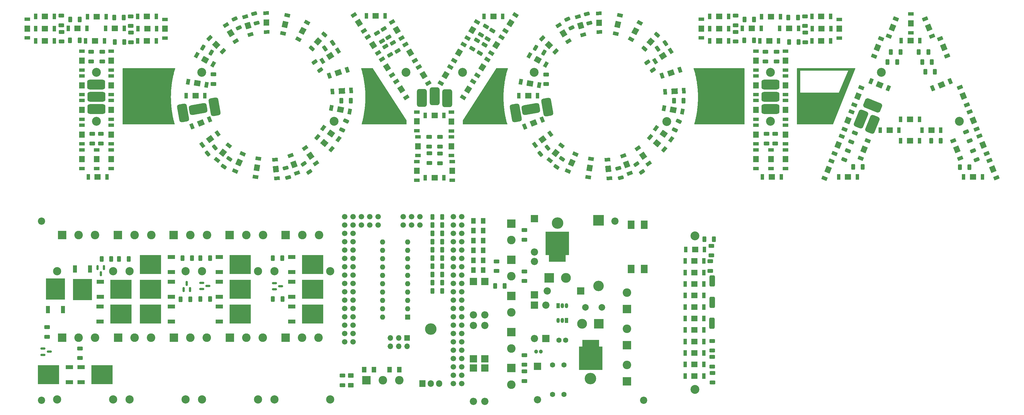
<source format=gbr>
%TF.GenerationSoftware,KiCad,Pcbnew,(6.0.0)*%
%TF.CreationDate,2022-05-14T17:25:00-07:00*%
%TF.ProjectId,Stencil,5374656e-6369-46c2-9e6b-696361645f70,rev?*%
%TF.SameCoordinates,Original*%
%TF.FileFunction,Soldermask,Top*%
%TF.FilePolarity,Negative*%
%FSLAX46Y46*%
G04 Gerber Fmt 4.6, Leading zero omitted, Abs format (unit mm)*
G04 Created by KiCad (PCBNEW (6.0.0)) date 2022-05-14 17:25:00*
%MOMM*%
%LPD*%
G01*
G04 APERTURE LIST*
G04 Aperture macros list*
%AMRoundRect*
0 Rectangle with rounded corners*
0 $1 Rounding radius*
0 $2 $3 $4 $5 $6 $7 $8 $9 X,Y pos of 4 corners*
0 Add a 4 corners polygon primitive as box body*
4,1,4,$2,$3,$4,$5,$6,$7,$8,$9,$2,$3,0*
0 Add four circle primitives for the rounded corners*
1,1,$1+$1,$2,$3*
1,1,$1+$1,$4,$5*
1,1,$1+$1,$6,$7*
1,1,$1+$1,$8,$9*
0 Add four rect primitives between the rounded corners*
20,1,$1+$1,$2,$3,$4,$5,0*
20,1,$1+$1,$4,$5,$6,$7,0*
20,1,$1+$1,$6,$7,$8,$9,0*
20,1,$1+$1,$8,$9,$2,$3,0*%
%AMRotRect*
0 Rectangle, with rotation*
0 The origin of the aperture is its center*
0 $1 length*
0 $2 width*
0 $3 Rotation angle, in degrees counterclockwise*
0 Add horizontal line*
21,1,$1,$2,0,0,$3*%
%AMFreePoly0*
4,1,21,3.042426,3.042426,3.060000,3.000000,3.060000,-4.000000,3.042426,-4.042426,3.000000,-4.060000,2.060000,-4.060000,2.060000,-6.000000,2.042426,-6.042426,2.000000,-6.060000,-3.000000,-6.060000,-3.042426,-6.042426,-3.060000,-6.000000,-3.060000,-4.060000,-4.000000,-4.060000,-4.042426,-4.042426,-4.060000,-4.000000,-4.060000,3.000000,-4.042426,3.042426,-4.000000,3.060000,3.000000,3.060000,
3.042426,3.042426,3.042426,3.042426,$1*%
G04 Aperture macros list end*
%ADD10C,0.150000*%
%ADD11C,0.200000*%
%ADD12C,0.000000*%
%ADD13R,2.600000X2.600000*%
%ADD14C,2.600000*%
%ADD15C,2.700000*%
%ADD16RoundRect,0.150000X-0.587500X-0.150000X0.587500X-0.150000X0.587500X0.150000X-0.587500X0.150000X0*%
%ADD17RotRect,1.900000X1.700000X168.900000*%
%ADD18RotRect,1.100000X1.700000X168.900000*%
%ADD19RoundRect,0.250000X-0.625000X0.312500X-0.625000X-0.312500X0.625000X-0.312500X0.625000X0.312500X0*%
%ADD20O,3.500000X3.500000*%
%ADD21R,3.000000X3.000000*%
%ADD22FreePoly0,0.000000*%
%ADD23O,3.000000X3.000000*%
%ADD24RotRect,1.900000X1.700000X242.400000*%
%ADD25RotRect,1.100000X1.700000X242.400000*%
%ADD26R,2.200000X2.200000*%
%ADD27O,2.200000X2.200000*%
%ADD28C,2.500000*%
%ADD29R,2.200000X1.200000*%
%ADD30R,6.400000X5.800000*%
%ADD31R,1.905000X2.000000*%
%ADD32O,1.905000X2.000000*%
%ADD33R,1.900000X1.700000*%
%ADD34R,1.100000X1.700000*%
%ADD35RoundRect,0.750000X2.000000X-0.750000X2.000000X0.750000X-2.000000X0.750000X-2.000000X-0.750000X0*%
%ADD36RotRect,1.900000X1.700000X183.600000*%
%ADD37RotRect,1.100000X1.700000X183.600000*%
%ADD38RoundRect,0.425000X0.425000X-1.275000X0.425000X1.275000X-0.425000X1.275000X-0.425000X-1.275000X0*%
%ADD39RoundRect,0.250000X-0.312500X-0.625000X0.312500X-0.625000X0.312500X0.625000X-0.312500X0.625000X0*%
%ADD40RotRect,1.900000X1.700000X248.000000*%
%ADD41RotRect,1.100000X1.700000X248.000000*%
%ADD42RoundRect,0.250000X-0.583133X-0.385016X-0.041867X-0.697516X0.583133X0.385016X0.041867X0.697516X0*%
%ADD43R,1.700000X1.900000*%
%ADD44R,1.700000X1.100000*%
%ADD45RotRect,1.900000X1.700000X144.200000*%
%ADD46RotRect,1.100000X1.700000X144.200000*%
%ADD47RotRect,1.900000X1.700000X59.500000*%
%ADD48RotRect,1.100000X1.700000X59.500000*%
%ADD49RotRect,1.900000X1.700000X315.900000*%
%ADD50RotRect,1.100000X1.700000X315.900000*%
%ADD51RoundRect,0.250000X0.312500X0.625000X-0.312500X0.625000X-0.312500X-0.625000X0.312500X-0.625000X0*%
%ADD52C,1.676400*%
%ADD53RotRect,1.900000X1.700000X122.500000*%
%ADD54RotRect,1.100000X1.700000X122.500000*%
%ADD55RoundRect,0.250000X0.625000X-0.312500X0.625000X0.312500X-0.625000X0.312500X-0.625000X-0.312500X0*%
%ADD56RoundRect,0.250000X-0.379912X0.586471X-0.697124X0.047952X0.379912X-0.586471X0.697124X-0.047952X0*%
%ADD57RotRect,1.900000X1.700000X66.000000*%
%ADD58RotRect,1.100000X1.700000X66.000000*%
%ADD59RotRect,1.900000X1.700000X158.000000*%
%ADD60RotRect,1.100000X1.700000X158.000000*%
%ADD61RoundRect,0.250000X0.691213X0.102500X0.332727X0.614470X-0.691213X-0.102500X-0.332727X-0.614470X0*%
%ADD62FreePoly0,180.000000*%
%ADD63RotRect,1.900000X1.700000X124.800000*%
%ADD64RotRect,1.100000X1.700000X124.800000*%
%ADD65RoundRect,0.150000X-0.150000X0.587500X-0.150000X-0.587500X0.150000X-0.587500X0.150000X0.587500X0*%
%ADD66RotRect,1.900000X1.700000X198.300000*%
%ADD67RotRect,1.100000X1.700000X198.300000*%
%ADD68R,3.200000X3.200000*%
%ADD69O,3.200000X3.200000*%
%ADD70C,1.600000*%
%ADD71RotRect,1.900000X1.700000X95.400000*%
%ADD72RotRect,1.100000X1.700000X95.400000*%
%ADD73RotRect,1.900000X1.700000X110.100000*%
%ADD74RotRect,1.100000X1.700000X110.100000*%
%ADD75RoundRect,0.250000X-0.434374X0.547358X-0.698511X-0.019085X0.434374X-0.547358X0.698511X0.019085X0*%
%ADD76RoundRect,0.250000X-0.698511X0.019085X-0.434374X-0.547358X0.698511X-0.019085X0.434374X0.547358X0*%
%ADD77RoundRect,0.250000X0.379912X-0.586471X0.697124X-0.047952X-0.379912X0.586471X-0.697124X0.047952X0*%
%ADD78RoundRect,0.250001X0.462499X0.624999X-0.462499X0.624999X-0.462499X-0.624999X0.462499X-0.624999X0*%
%ADD79RoundRect,0.250000X0.462425X-0.523874X0.696554X0.055616X-0.462425X0.523874X-0.696554X-0.055616X0*%
%ADD80RotRect,1.900000X1.700000X112.000000*%
%ADD81RotRect,1.100000X1.700000X112.000000*%
%ADD82RotRect,1.900000X1.700000X51.300000*%
%ADD83RotRect,1.100000X1.700000X51.300000*%
%ADD84C,2.200000*%
%ADD85RotRect,1.900000X1.700000X271.800000*%
%ADD86RotRect,1.100000X1.700000X271.800000*%
%ADD87RotRect,1.900000X1.700000X301.200000*%
%ADD88RotRect,1.100000X1.700000X301.200000*%
%ADD89RoundRect,0.250000X-0.102500X0.691213X-0.614470X0.332727X0.102500X-0.691213X0.614470X-0.332727X0*%
%ADD90RoundRect,0.250000X0.684585X-0.140090X0.522823X0.463614X-0.684585X0.140090X-0.522823X-0.463614X0*%
%ADD91RoundRect,0.250000X-0.697124X-0.047952X-0.379912X-0.586471X0.697124X0.047952X0.379912X0.586471X0*%
%ADD92RotRect,1.900000X1.700000X292.000000*%
%ADD93RotRect,1.100000X1.700000X292.000000*%
%ADD94RoundRect,0.750000X-0.391309X-2.099852X1.085902X-1.839379X0.391309X2.099852X-1.085902X1.839379X0*%
%ADD95RotRect,1.900000X1.700000X257.100000*%
%ADD96RotRect,1.100000X1.700000X257.100000*%
%ADD97R,1.600000X1.600000*%
%ADD98O,1.600000X1.600000*%
%ADD99RotRect,1.900000X1.700000X36.600000*%
%ADD100RotRect,1.100000X1.700000X36.600000*%
%ADD101RoundRect,0.750000X-0.750000X-2.000000X0.750000X-2.000000X0.750000X2.000000X-0.750000X2.000000X0*%
%ADD102RotRect,1.900000X1.700000X330.600000*%
%ADD103RotRect,1.100000X1.700000X330.600000*%
%ADD104RotRect,1.900000X1.700000X120.500000*%
%ADD105RotRect,1.100000X1.700000X120.500000*%
%ADD106R,1.200000X2.200000*%
%ADD107R,5.800000X6.400000*%
%ADD108RoundRect,0.250000X0.162353X-0.679649X0.641131X-0.277907X-0.162353X0.679649X-0.641131X0.277907X0*%
%ADD109RoundRect,0.750000X-1.444601X-1.573413X-0.053825X-2.135323X1.444601X1.573413X0.053825X2.135323X0*%
%ADD110R,1.050000X1.500000*%
%ADD111O,1.050000X1.500000*%
%ADD112RotRect,1.900000X1.700000X57.500000*%
%ADD113RotRect,1.100000X1.700000X57.500000*%
%ADD114RoundRect,0.150000X0.150000X-0.587500X0.150000X0.587500X-0.150000X0.587500X-0.150000X-0.587500X0*%
%ADD115C,1.200000*%
%ADD116RotRect,1.900000X1.700000X350.300000*%
%ADD117RotRect,1.100000X1.700000X350.300000*%
%ADD118RoundRect,0.250000X-0.462425X0.523874X-0.696554X-0.055616X0.462425X-0.523874X0.696554X0.055616X0*%
%ADD119RotRect,1.900000X1.700000X213.000000*%
%ADD120RotRect,1.100000X1.700000X213.000000*%
%ADD121RotRect,1.900000X1.700000X286.500000*%
%ADD122RotRect,1.100000X1.700000X286.500000*%
%ADD123RoundRect,0.250000X-0.696554X0.055616X-0.462425X-0.523874X0.696554X-0.055616X0.462425X0.523874X0*%
%ADD124RotRect,1.900000X1.700000X21.900000*%
%ADD125RotRect,1.100000X1.700000X21.900000*%
%ADD126RoundRect,0.250000X0.697124X0.047952X0.379912X0.586471X-0.697124X-0.047952X-0.379912X-0.586471X0*%
%ADD127RotRect,1.900000X1.700000X80.700000*%
%ADD128RotRect,1.100000X1.700000X80.700000*%
%ADD129RotRect,1.900000X1.700000X68.000000*%
%ADD130RotRect,1.100000X1.700000X68.000000*%
%ADD131R,1.700000X1.700000*%
%ADD132O,1.700000X1.700000*%
%ADD133RoundRect,0.750000X2.099852X-0.391309X1.839379X1.085902X-2.099852X0.391309X-1.839379X-1.085902X0*%
%ADD134RoundRect,0.250000X0.332727X-0.614470X0.691213X-0.102500X-0.332727X0.614470X-0.691213X0.102500X0*%
%ADD135RotRect,1.900000X1.700000X227.700000*%
%ADD136RotRect,1.100000X1.700000X227.700000*%
%ADD137RotRect,1.900000X1.700000X22.000000*%
%ADD138RotRect,1.100000X1.700000X22.000000*%
%ADD139RoundRect,0.250000X0.696554X-0.055616X0.462425X0.523874X-0.696554X0.055616X-0.462425X-0.523874X0*%
%ADD140R,2.000000X2.500000*%
%ADD141RoundRect,0.250000X-0.691213X-0.102500X-0.332727X-0.614470X0.691213X0.102500X0.332727X0.614470X0*%
%ADD142RoundRect,0.250001X-0.624999X0.462499X-0.624999X-0.462499X0.624999X-0.462499X0.624999X0.462499X0*%
%ADD143RotRect,1.900000X1.700000X139.500000*%
%ADD144RotRect,1.100000X1.700000X139.500000*%
%ADD145RoundRect,0.750000X-1.573413X1.444601X-2.135323X0.053825X1.573413X-1.444601X2.135323X-0.053825X0*%
%ADD146C,2.000000*%
G04 APERTURE END LIST*
D10*
X271673199Y-64034477D02*
X267960000Y-63992976D01*
X267960000Y-63992976D02*
X268060000Y-54492976D01*
X268060000Y-54492976D02*
X271460000Y-54492976D01*
X271460000Y-54492976D02*
X271673199Y-64034477D01*
G36*
X271673199Y-64034477D02*
G01*
X267960000Y-63992976D01*
X268060000Y-54492976D01*
X271460000Y-54492976D01*
X271673199Y-64034477D01*
G37*
X271673199Y-64034477D02*
X267960000Y-63992976D01*
X268060000Y-54492976D01*
X271460000Y-54492976D01*
X271673199Y-64034477D01*
X271673199Y-64034477D02*
X270760000Y-54492976D01*
X270760000Y-54492976D02*
X273560000Y-54492976D01*
X273560000Y-54492976D02*
X276460000Y-47592976D01*
X276460000Y-47592976D02*
X261660000Y-47692976D01*
X261660000Y-47692976D02*
X261660000Y-54492976D01*
X261660000Y-54492976D02*
X268360000Y-54492976D01*
X268360000Y-54492976D02*
X268260000Y-63992976D01*
X268260000Y-63992976D02*
X260834239Y-64034477D01*
X260834239Y-64034477D02*
X260834239Y-47034654D01*
X260834239Y-47034654D02*
X278455558Y-47034654D01*
X278455558Y-47034654D02*
X271673199Y-64034477D01*
G36*
X271673199Y-64034477D02*
G01*
X270760000Y-54492976D01*
X273560000Y-54492976D01*
X276460000Y-47592976D01*
X261660000Y-47692976D01*
X261660000Y-54492976D01*
X268360000Y-54492976D01*
X268260000Y-63992976D01*
X260834239Y-64034477D01*
X260834239Y-47034654D01*
X278455558Y-47034654D01*
X271673199Y-64034477D01*
G37*
X271673199Y-64034477D02*
X270760000Y-54492976D01*
X273560000Y-54492976D01*
X276460000Y-47592976D01*
X261660000Y-47692976D01*
X261660000Y-54492976D01*
X268360000Y-54492976D01*
X268260000Y-63992976D01*
X260834239Y-64034477D01*
X260834239Y-47034654D01*
X278455558Y-47034654D01*
X271673199Y-64034477D01*
X273560000Y-54492976D02*
X261660000Y-54492976D01*
X276460000Y-47592976D02*
X273560000Y-54492976D01*
X261660000Y-47692976D02*
X276460000Y-47692976D01*
X261660000Y-54492976D02*
X261660000Y-47692976D01*
D11*
X71754652Y-47034654D02*
X71674995Y-47300617D01*
X71597840Y-47567170D01*
X71523188Y-47834304D01*
X71451040Y-48102008D01*
X71381398Y-48370272D01*
X71314265Y-48639088D01*
X71249641Y-48908445D01*
X71187530Y-49178334D01*
X71127932Y-49448746D01*
X71070849Y-49719669D01*
X71016284Y-49991095D01*
X70964238Y-50263014D01*
X70914714Y-50535417D01*
X70867711Y-50808293D01*
X70823234Y-51081633D01*
X70781283Y-51355428D01*
X70741860Y-51629666D01*
X70704968Y-51904340D01*
X70670607Y-52179440D01*
X70638780Y-52454954D01*
X70609489Y-52730875D01*
X70582736Y-53007192D01*
X70558521Y-53283895D01*
X70536848Y-53560975D01*
X70517718Y-53838422D01*
X70501132Y-54116227D01*
X70487093Y-54394379D01*
X70475603Y-54672869D01*
X70466662Y-54951688D01*
X70460274Y-55230826D01*
X70456440Y-55510273D01*
X70455162Y-55790019D01*
X260834239Y-47034654D02*
X278455558Y-47034654D01*
X169455838Y-47034654D02*
X172825830Y-47034654D01*
X159276442Y-62908276D02*
X169455838Y-47034654D01*
X230766824Y-55819819D02*
X230765536Y-55539058D01*
X230761675Y-55258601D01*
X230755241Y-54978459D01*
X230746238Y-54698641D01*
X230734666Y-54419156D01*
X230720528Y-54140014D01*
X230703826Y-53861226D01*
X230684561Y-53582800D01*
X230662736Y-53304747D01*
X230638352Y-53027075D01*
X230611411Y-52749796D01*
X230581915Y-52472918D01*
X230549866Y-52196452D01*
X230515266Y-51920406D01*
X230478117Y-51644791D01*
X230438420Y-51369617D01*
X230396178Y-51094893D01*
X230351392Y-50820628D01*
X230304065Y-50546834D01*
X230254197Y-50273518D01*
X230201792Y-50000692D01*
X230146851Y-49728364D01*
X230089376Y-49456545D01*
X230029369Y-49185243D01*
X229966831Y-48914470D01*
X229901765Y-48644234D01*
X229834172Y-48374546D01*
X229764055Y-48105415D01*
X229691415Y-47836850D01*
X229616254Y-47568862D01*
X229538574Y-47301460D01*
X229458377Y-47034654D01*
X244783884Y-47034654D02*
X244783884Y-64034477D01*
X278455558Y-47034654D02*
X271673199Y-64034477D01*
X171517211Y-55819819D02*
X171518327Y-56082121D01*
X171521674Y-56344151D01*
X171527250Y-56605900D01*
X171535055Y-56867359D01*
X171545086Y-57128519D01*
X171557342Y-57389371D01*
X171571822Y-57649907D01*
X171588524Y-57910117D01*
X171607446Y-58169993D01*
X171628587Y-58429526D01*
X171651946Y-58688706D01*
X171677520Y-58947526D01*
X171705309Y-59205976D01*
X171735311Y-59464047D01*
X171767524Y-59721731D01*
X171801947Y-59979018D01*
X171838579Y-60235900D01*
X171877417Y-60492368D01*
X171918461Y-60748413D01*
X171961708Y-61004027D01*
X172007158Y-61259199D01*
X172054809Y-61513922D01*
X172104658Y-61768187D01*
X172156706Y-62021984D01*
X172210950Y-62275305D01*
X172267388Y-62528141D01*
X172326020Y-62780484D01*
X172386844Y-63032323D01*
X172449857Y-63283651D01*
X172515060Y-63534458D01*
X172582449Y-63784737D01*
X172652025Y-64034477D01*
X142019442Y-62908276D02*
X142019270Y-64034477D01*
X229458377Y-47034654D02*
X244783884Y-47034654D01*
X260834239Y-64034477D02*
X260834239Y-47034654D01*
X128562554Y-64034477D02*
X128632590Y-63783956D01*
X128700427Y-63532888D01*
X128766062Y-63281280D01*
X128829494Y-63029142D01*
X128890722Y-62776482D01*
X128949744Y-62523310D01*
X129006559Y-62269633D01*
X129061164Y-62015462D01*
X129113559Y-61760805D01*
X129163741Y-61505671D01*
X129211710Y-61250069D01*
X129257464Y-60994007D01*
X129301000Y-60737495D01*
X129342319Y-60480541D01*
X129381417Y-60223155D01*
X129418294Y-59965345D01*
X129452948Y-59707121D01*
X129485378Y-59448490D01*
X129515581Y-59189462D01*
X129543557Y-58930046D01*
X129569303Y-58670251D01*
X129592819Y-58410086D01*
X129614103Y-58149559D01*
X129633152Y-57888679D01*
X129649967Y-57627456D01*
X129664544Y-57365898D01*
X129676883Y-57104015D01*
X129686982Y-56841814D01*
X129694840Y-56579305D01*
X129700454Y-56316497D01*
X129703824Y-56053398D01*
X129704948Y-55790019D01*
X129704948Y-55790019D02*
X129703669Y-55510257D01*
X129699835Y-55230797D01*
X129693447Y-54951648D01*
X129684506Y-54672820D01*
X129673016Y-54394321D01*
X129658977Y-54116162D01*
X129642391Y-53838353D01*
X129623261Y-53560902D01*
X129601588Y-53283819D01*
X129577373Y-53007115D01*
X129550620Y-52730798D01*
X129521329Y-52454878D01*
X129489502Y-52179365D01*
X129455141Y-51904269D01*
X129418249Y-51629598D01*
X129378826Y-51355363D01*
X129336875Y-51081573D01*
X129292398Y-50808237D01*
X129245395Y-50535366D01*
X129195871Y-50262969D01*
X129143825Y-49991055D01*
X129089260Y-49719634D01*
X129032177Y-49448716D01*
X128972579Y-49178310D01*
X128910468Y-48908426D01*
X128845844Y-48639073D01*
X128778711Y-48370262D01*
X128709069Y-48102000D01*
X128636921Y-47834300D01*
X128562269Y-47567168D01*
X128485114Y-47300616D01*
X128405458Y-47034654D01*
X271673199Y-64034477D02*
X260834239Y-64034477D01*
X244783884Y-64034477D02*
X229632354Y-64034477D01*
X131839874Y-47034654D02*
X142019442Y-62908276D01*
X159276442Y-64034477D02*
X159276442Y-62908276D01*
X142019270Y-64034477D02*
X128562554Y-64034477D01*
X229632354Y-64034477D02*
X229701897Y-63784767D01*
X229769258Y-63534515D01*
X229834433Y-63283730D01*
X229897421Y-63032422D01*
X229958220Y-62780598D01*
X230016830Y-62528269D01*
X230073248Y-62275443D01*
X230127473Y-62022129D01*
X230179503Y-61768337D01*
X230229337Y-61514075D01*
X230276973Y-61259352D01*
X230322410Y-61004178D01*
X230365645Y-60748561D01*
X230406678Y-60492511D01*
X230445507Y-60236037D01*
X230482130Y-59979147D01*
X230516545Y-59721851D01*
X230548752Y-59464158D01*
X230578748Y-59206077D01*
X230606532Y-58947617D01*
X230632102Y-58688786D01*
X230655457Y-58429595D01*
X230676596Y-58170052D01*
X230695515Y-57910166D01*
X230712215Y-57649945D01*
X230726694Y-57389401D01*
X230738949Y-57128540D01*
X230748980Y-56867373D01*
X230756784Y-56605908D01*
X230762360Y-56344155D01*
X230765707Y-56082122D01*
X230766824Y-55819819D01*
X128405458Y-47034654D02*
X131839874Y-47034654D01*
X172652025Y-64034477D02*
X159276442Y-64034477D01*
X172825830Y-47034654D02*
X172745602Y-47301506D01*
X172667894Y-47568951D01*
X172592708Y-47836978D01*
X172520045Y-48105577D01*
X172449908Y-48374740D01*
X172382298Y-48644456D01*
X172317216Y-48914716D01*
X172254665Y-49185510D01*
X172194647Y-49456829D01*
X172137162Y-49728662D01*
X172082214Y-50001001D01*
X172029803Y-50273836D01*
X171979931Y-50547157D01*
X171932601Y-50820954D01*
X171887814Y-51095218D01*
X171845571Y-51369940D01*
X171805875Y-51645109D01*
X171768727Y-51920716D01*
X171734129Y-52196751D01*
X171702083Y-52473206D01*
X171672590Y-52750069D01*
X171645653Y-53027332D01*
X171621273Y-53304985D01*
X171599451Y-53583018D01*
X171580191Y-53861422D01*
X171563492Y-54140186D01*
X171549358Y-54419303D01*
X171537790Y-54698761D01*
X171528789Y-54978551D01*
X171522358Y-55258664D01*
X171518498Y-55539089D01*
X171517211Y-55819819D01*
D12*
G36*
X172825830Y-47034654D02*
G01*
X172032133Y-49934565D01*
X171582133Y-53544565D01*
X171582133Y-58124565D01*
X172162133Y-62154565D01*
X172652025Y-64034477D01*
X159312133Y-64024565D01*
X159302133Y-62904565D01*
X169472133Y-47024565D01*
X172825830Y-47034654D01*
G37*
D11*
X55968708Y-64034477D02*
X55968708Y-47034654D01*
D12*
G36*
X142022133Y-62894565D02*
G01*
X142019270Y-64034477D01*
X128562554Y-64034477D01*
X129002133Y-62424565D01*
X129442133Y-59834565D01*
X129652133Y-57264565D01*
X129692133Y-54324565D01*
X129292133Y-50874565D01*
X128762133Y-48384565D01*
X128410706Y-47054516D01*
X131872133Y-47034654D01*
X142022133Y-62894565D01*
G37*
G36*
X244802133Y-47084565D02*
G01*
X244782133Y-64014565D01*
X229652133Y-63994565D01*
X230342133Y-60894565D01*
X230602133Y-58494565D01*
X230752133Y-56314565D01*
X230732133Y-54074565D01*
X230512133Y-51784565D01*
X230122133Y-49504565D01*
X229662133Y-47794565D01*
X229458377Y-47014565D01*
X244762133Y-47004565D01*
X244802133Y-47084565D01*
G37*
D11*
X55968708Y-47034654D02*
X71754652Y-47034654D01*
D12*
G36*
X71142133Y-49254565D02*
G01*
X70592133Y-52664565D01*
X70442133Y-55794565D01*
X70682133Y-59744565D01*
X70952133Y-61244565D01*
X71562133Y-64054565D01*
X55972133Y-64004565D01*
X55992133Y-47044565D01*
X55968708Y-47034654D01*
X71754652Y-47034654D01*
X71142133Y-49254565D01*
G37*
D11*
X70455162Y-55790019D02*
X70456285Y-56053429D01*
X70459655Y-56316553D01*
X70465269Y-56579384D01*
X70473127Y-56841912D01*
X70483226Y-57104129D01*
X70495565Y-57366026D01*
X70510142Y-57627594D01*
X70526957Y-57888825D01*
X70546007Y-58149709D01*
X70567290Y-58410238D01*
X70590806Y-58670404D01*
X70616553Y-58930197D01*
X70644528Y-59189610D01*
X70674732Y-59448633D01*
X70707161Y-59707257D01*
X70741815Y-59965474D01*
X70778692Y-60223276D01*
X70817791Y-60480652D01*
X70859109Y-60737596D01*
X70902646Y-60994098D01*
X70948399Y-61250149D01*
X70996368Y-61505740D01*
X71046551Y-61760864D01*
X71098945Y-62015511D01*
X71153551Y-62269672D01*
X71210365Y-62523339D01*
X71269387Y-62776503D01*
X71330615Y-63029156D01*
X71394047Y-63281288D01*
X71459682Y-63532892D01*
X71527519Y-63783957D01*
X71597556Y-64034477D01*
X71597556Y-64034477D02*
X55968708Y-64034477D01*
D13*
%TO.C,J27*%
X173960000Y-127292976D03*
D14*
X173960000Y-132292976D03*
%TD*%
D13*
%TO.C,J13*%
X71460000Y-128987976D03*
D14*
X76460000Y-128987976D03*
X81460000Y-128987976D03*
%TD*%
D13*
%TO.C,J16*%
X105410000Y-128992976D03*
D14*
X110410000Y-128992976D03*
X115410000Y-128992976D03*
%TD*%
D15*
%TO.C,REF\u002A\u002A*%
X47860000Y-63192976D03*
%TD*%
D16*
%TO.C,Q4*%
X31672500Y-132342976D03*
X31672500Y-134242976D03*
X33547500Y-133292976D03*
%TD*%
D15*
%TO.C,REF\u002A\u002A*%
X229776897Y-98001156D03*
%TD*%
D13*
%TO.C,J20*%
X71375000Y-97792976D03*
D14*
X76455000Y-97792976D03*
X81535000Y-97792976D03*
%TD*%
D17*
%TO.C,D43*%
X122093762Y-59626590D03*
D18*
X124890446Y-60175278D03*
X119297078Y-59077902D03*
%TD*%
D19*
%TO.C,R43*%
X184570000Y-48907500D03*
X184570000Y-51832500D03*
%TD*%
D20*
%TO.C,Q41*%
X188000000Y-94132976D03*
D21*
X185460000Y-110792976D03*
D22*
X188460000Y-99792976D03*
D23*
X190540000Y-110792976D03*
%TD*%
D19*
%TO.C,R29*%
X149030000Y-72900476D03*
X149030000Y-75825476D03*
%TD*%
D13*
%TO.C,J22*%
X173960000Y-105292976D03*
D14*
X173960000Y-110292976D03*
%TD*%
D24*
%TO.C,D77*%
X211658337Y-35681970D03*
D25*
X212978731Y-33156290D03*
X210337943Y-38207650D03*
%TD*%
D26*
%TO.C,D194*%
X162460000Y-135452976D03*
D27*
X162460000Y-125292976D03*
%TD*%
D28*
%TO.C,A4*%
X101960000Y-147792976D03*
X101960000Y-108792976D03*
X118960000Y-147792976D03*
X118960000Y-108792976D03*
%TD*%
D29*
%TO.C,Q3*%
X43260000Y-138012976D03*
D30*
X49560000Y-140292976D03*
D29*
X43260000Y-142572976D03*
%TD*%
D20*
%TO.C,U2*%
X149460000Y-126362976D03*
D31*
X146920000Y-143022976D03*
D32*
X149460000Y-143022976D03*
X152000000Y-143022976D03*
%TD*%
D33*
%TO.C,D73*%
X179100000Y-55400000D03*
D34*
X181950000Y-55400000D03*
X176250000Y-55400000D03*
%TD*%
D19*
%TO.C,R73*%
X235060000Y-139750476D03*
X235060000Y-142675476D03*
%TD*%
D15*
%TO.C,REF\u002A\u002A*%
X286385000Y-48217976D03*
%TD*%
D35*
%TO.C,wht*%
X47835000Y-51992976D03*
%TD*%
D19*
%TO.C,R5*%
X46280000Y-42000476D03*
X46280000Y-44925476D03*
%TD*%
D33*
%TO.C,D152*%
X229610000Y-137192976D03*
D34*
X232460000Y-137192976D03*
X226760000Y-137192976D03*
%TD*%
D36*
%TO.C,D79*%
X223556095Y-54002911D03*
D37*
X226400471Y-53823958D03*
X220711719Y-54181864D03*
%TD*%
D38*
%TO.C,amb-*%
X234960000Y-124617976D03*
%TD*%
D39*
%TO.C,R138*%
X101517500Y-117272976D03*
X104442500Y-117272976D03*
%TD*%
D40*
%TO.C,D141*%
X281192371Y-71735450D03*
D41*
X282260000Y-69092976D03*
X280124742Y-74377924D03*
%TD*%
D39*
%TO.C,R100*%
X150017500Y-114772976D03*
X152942500Y-114772976D03*
%TD*%
D42*
%TO.C,R13*%
X80220758Y-40754405D03*
X82753883Y-42216905D03*
%TD*%
D43*
%TO.C,D12*%
X52360000Y-52192976D03*
D44*
X52360000Y-55042976D03*
X52360000Y-49342976D03*
%TD*%
D33*
%TO.C,D112*%
X268135000Y-31192976D03*
D34*
X265285000Y-31192976D03*
X270985000Y-31192976D03*
%TD*%
D40*
%TO.C,D136*%
X276266295Y-62927917D03*
D41*
X277333924Y-60285443D03*
X275198666Y-65570391D03*
%TD*%
D35*
%TO.C,P*%
X47860000Y-59392976D03*
%TD*%
D45*
%TO.C,D32*%
X119160000Y-66892976D03*
D46*
X121471532Y-68560105D03*
X116848468Y-65225847D03*
%TD*%
D47*
%TO.C,D56*%
X162077098Y-35351267D03*
D48*
X160630614Y-37806910D03*
X163523582Y-32895624D03*
%TD*%
D49*
%TO.C,D86*%
X185371690Y-39915940D03*
D50*
X183325030Y-37932589D03*
X187418350Y-41899291D03*
%TD*%
D51*
%TO.C,R129*%
X82402500Y-104812976D03*
X79477500Y-104812976D03*
%TD*%
D43*
%TO.C,D20*%
X43460000Y-74692976D03*
D44*
X43460000Y-71842976D03*
X43460000Y-77542976D03*
%TD*%
D51*
%TO.C,R46*%
X226292500Y-56920000D03*
X223367500Y-56920000D03*
%TD*%
D52*
%TO.C,U1*%
X158915000Y-135372976D03*
X156375000Y-135372976D03*
X158915000Y-137912976D03*
X156375000Y-137912976D03*
X141135000Y-92192976D03*
X123355000Y-130292976D03*
X125895000Y-130292976D03*
X123355000Y-127752976D03*
X125895000Y-127752976D03*
X123355000Y-125212976D03*
X125895000Y-125212976D03*
X123355000Y-122672976D03*
X125895000Y-122672976D03*
X123355000Y-120132976D03*
X125895000Y-120132976D03*
X123355000Y-117592976D03*
X125895000Y-117592976D03*
X123355000Y-115052976D03*
X125895000Y-115052976D03*
X123355000Y-112512976D03*
X125895000Y-112512976D03*
X156375000Y-132832976D03*
X156375000Y-127752976D03*
X158915000Y-127752976D03*
X156375000Y-125212976D03*
X158915000Y-125212976D03*
X156375000Y-122672976D03*
X158915000Y-122672976D03*
X156375000Y-120132976D03*
X158915000Y-120132976D03*
X156375000Y-117592976D03*
X158915000Y-117592976D03*
X156375000Y-115052976D03*
X158915000Y-115052976D03*
X156375000Y-112512976D03*
X158915000Y-112512976D03*
X156375000Y-109972976D03*
X158915000Y-109972976D03*
X156375000Y-107432976D03*
X158915000Y-107432976D03*
X156375000Y-104892976D03*
X158915000Y-104892976D03*
X156375000Y-102352976D03*
X158915000Y-102352976D03*
X156375000Y-99812976D03*
X158915000Y-99812976D03*
X156375000Y-97272976D03*
X158915000Y-97272976D03*
X156375000Y-94732976D03*
X158915000Y-94732976D03*
X156375000Y-92192976D03*
X158915000Y-92192976D03*
X123355000Y-109972976D03*
X125895000Y-109972976D03*
X123355000Y-107432976D03*
X125895000Y-107432976D03*
X123355000Y-104892976D03*
X125895000Y-104892976D03*
X123355000Y-102352976D03*
X125895000Y-102352976D03*
X123355000Y-99812976D03*
X125895000Y-99812976D03*
X123355000Y-97272976D03*
X125895000Y-97272976D03*
X123355000Y-94732976D03*
X125895000Y-94732976D03*
X123355000Y-92192976D03*
X125895000Y-92192976D03*
X128435000Y-92192976D03*
X128435000Y-94732976D03*
X130975000Y-92192976D03*
X130975000Y-94732976D03*
X133515000Y-92192976D03*
X133515000Y-94732976D03*
X158915000Y-140452976D03*
X156375000Y-140452976D03*
X146215000Y-92192976D03*
X141135000Y-94732976D03*
X143675000Y-92192976D03*
X146215000Y-94732976D03*
X158915000Y-132832976D03*
X156375000Y-130292976D03*
X143675000Y-94732976D03*
X158915000Y-130292976D03*
X158915000Y-142992976D03*
X156375000Y-142992976D03*
%TD*%
D53*
%TO.C,D62*%
X140527093Y-53436442D03*
D54*
X142058397Y-55840108D03*
X138995789Y-51032776D03*
%TD*%
D55*
%TO.C,R50*%
X263215000Y-34135476D03*
X263215000Y-31210476D03*
%TD*%
D33*
%TO.C,D111*%
X268135000Y-38692976D03*
D34*
X270985000Y-38692976D03*
X265285000Y-38692976D03*
%TD*%
D56*
%TO.C,R33*%
X165860000Y-39892976D03*
X164375450Y-42413241D03*
%TD*%
D33*
%TO.C,D113*%
X247035000Y-34892976D03*
D34*
X249885000Y-34892976D03*
X244185000Y-34892976D03*
%TD*%
D42*
%TO.C,R37*%
X181310758Y-40811429D03*
X183843883Y-42273929D03*
%TD*%
D57*
%TO.C,D35*%
X91210110Y-75669362D03*
D58*
X90050911Y-78272967D03*
X92369309Y-73065757D03*
%TD*%
D43*
%TO.C,D132*%
X295360000Y-33342976D03*
D44*
X295360000Y-36192976D03*
X295360000Y-30492976D03*
%TD*%
D59*
%TO.C,D134*%
X285911845Y-52025347D03*
D60*
X288554319Y-53092976D03*
X283269371Y-50957718D03*
%TD*%
D61*
%TO.C,R47*%
X213661001Y-78593098D03*
X211983290Y-76197079D03*
%TD*%
D20*
%TO.C,Q42*%
X198020000Y-141452976D03*
D21*
X200560000Y-124792976D03*
D62*
X197560000Y-135792976D03*
D23*
X195480000Y-124792976D03*
%TD*%
D13*
%TO.C,J29*%
X209060000Y-120292976D03*
D14*
X209060000Y-115292976D03*
%TD*%
D15*
%TO.C,REF\u002A\u002A*%
X141960000Y-48217976D03*
%TD*%
D63*
%TO.C,D81*%
X214048377Y-73670570D03*
D64*
X215674911Y-76010845D03*
X212421843Y-71330295D03*
%TD*%
D40*
%TO.C,D135*%
X270216398Y-77901937D03*
D41*
X271284027Y-75259463D03*
X269148769Y-80544411D03*
%TD*%
D39*
%TO.C,R69*%
X298817500Y-45092976D03*
X301742500Y-45092976D03*
%TD*%
D19*
%TO.C,R58*%
X254155000Y-67000476D03*
X254155000Y-69925476D03*
%TD*%
D15*
%TO.C,REF\u002A\u002A*%
X252710000Y-48217976D03*
%TD*%
D55*
%TO.C,R74*%
X235020000Y-132935476D03*
X235020000Y-130010476D03*
%TD*%
D26*
%TO.C,D204*%
X181960000Y-137712976D03*
D27*
X181960000Y-147872976D03*
%TD*%
D65*
%TO.C,Q24*%
X50160000Y-107655476D03*
X48260000Y-107655476D03*
X49210000Y-109530476D03*
%TD*%
D36*
%TO.C,D31*%
X122466095Y-53945887D03*
D37*
X125310471Y-53766934D03*
X119621719Y-54124840D03*
%TD*%
D66*
%TO.C,D90*%
X222474717Y-48413668D03*
D67*
X225180580Y-47518790D03*
X219768854Y-49308546D03*
%TD*%
D68*
%TO.C,D201*%
X200460000Y-93292976D03*
D69*
X200460000Y-113292976D03*
%TD*%
D39*
%TO.C,R131*%
X150017500Y-112272976D03*
X152942500Y-112272976D03*
%TD*%
D70*
%TO.C,C2*%
X190460000Y-129792976D03*
X188460000Y-129792976D03*
%TD*%
D71*
%TO.C,D34*%
X102460000Y-77692976D03*
D72*
X102728209Y-80530328D03*
X102191791Y-74855624D03*
%TD*%
D19*
%TO.C,R56*%
X263255000Y-36150476D03*
X263255000Y-39075476D03*
%TD*%
D73*
%TO.C,D93*%
X208996428Y-76294847D03*
D74*
X209975858Y-78971266D03*
X208016998Y-73618428D03*
%TD*%
D75*
%TO.C,R40*%
X224877753Y-63151103D03*
X223641595Y-65802054D03*
%TD*%
D39*
%TO.C,R139*%
X169017500Y-113272976D03*
X171942500Y-113272976D03*
%TD*%
D76*
%TO.C,R44*%
X191008499Y-32084199D03*
X192244658Y-34735149D03*
%TD*%
D33*
%TO.C,D14*%
X32260000Y-31192976D03*
D34*
X35110000Y-31192976D03*
X29410000Y-31192976D03*
%TD*%
D77*
%TO.C,R27*%
X166760643Y-38075725D03*
X168245193Y-35555460D03*
%TD*%
D78*
%TO.C,D208*%
X165435000Y-99452976D03*
X162460000Y-99452976D03*
%TD*%
D79*
%TO.C,R68*%
X277260000Y-69422947D03*
X278355725Y-66710934D03*
%TD*%
D80*
%TO.C,D127*%
X317311893Y-70322804D03*
D81*
X318379522Y-72965278D03*
X316244264Y-67680330D03*
%TD*%
D39*
%TO.C,R49*%
X244792500Y-32172976D03*
X247717500Y-32172976D03*
%TD*%
D29*
%TO.C,Q31*%
X70660000Y-124072976D03*
D30*
X64360000Y-121792976D03*
D29*
X70660000Y-119512976D03*
%TD*%
D82*
%TO.C,D47*%
X86348351Y-72707553D03*
D83*
X84566409Y-74931780D03*
X88130293Y-70483326D03*
%TD*%
D84*
%TO.C,MT3*%
X214210000Y-148042976D03*
%TD*%
D26*
%TO.C,D197*%
X162460000Y-138292976D03*
D27*
X162460000Y-148452976D03*
%TD*%
D85*
%TO.C,D28*%
X99561111Y-33103955D03*
D86*
X99471590Y-30255361D03*
X99650632Y-35952549D03*
%TD*%
D40*
%TO.C,D123*%
X273269442Y-70345388D03*
D41*
X274337071Y-67702914D03*
X272201813Y-72987862D03*
%TD*%
D19*
%TO.C,R55*%
X242155000Y-35950476D03*
X242155000Y-38875476D03*
%TD*%
D55*
%TO.C,R143*%
X177960000Y-99217976D03*
X177960000Y-96292976D03*
%TD*%
D87*
%TO.C,D27*%
X88733899Y-36311121D03*
D88*
X87257522Y-33873333D03*
X90210276Y-38748909D03*
%TD*%
D33*
%TO.C,D17*%
X42160000Y-34892976D03*
D34*
X45010000Y-34892976D03*
X39310000Y-34892976D03*
%TD*%
D33*
%TO.C,D7*%
X48260000Y-80092976D03*
D34*
X45410000Y-80092976D03*
X51110000Y-80092976D03*
%TD*%
D13*
%TO.C,J21*%
X173960000Y-116292976D03*
D14*
X173960000Y-121292976D03*
%TD*%
D13*
%TO.C,J14*%
X54460000Y-128987976D03*
D14*
X59460000Y-128987976D03*
X64460000Y-128987976D03*
%TD*%
D13*
%TO.C,J12*%
X37460000Y-128987976D03*
D14*
X42460000Y-128987976D03*
X47460000Y-128987976D03*
%TD*%
D13*
%TO.C,J24*%
X173960000Y-94292976D03*
D14*
X173960000Y-99292976D03*
%TD*%
D13*
%TO.C,J26*%
X173960000Y-138292976D03*
D14*
X173960000Y-143292976D03*
%TD*%
D13*
%TO.C,J30*%
X129960000Y-141987976D03*
D14*
X134960000Y-141987976D03*
X139960000Y-141987976D03*
%TD*%
D13*
%TO.C,J15*%
X88460000Y-128992976D03*
D14*
X93460000Y-128992976D03*
X98460000Y-128992976D03*
%TD*%
D47*
%TO.C,D68*%
X158016791Y-42244300D03*
D48*
X156570307Y-44699943D03*
X159463275Y-39788657D03*
%TD*%
D87*
%TO.C,D75*%
X189823899Y-36368145D03*
D88*
X188347522Y-33930357D03*
X191300276Y-38805933D03*
%TD*%
D24*
%TO.C,D29*%
X110568337Y-35624946D03*
D25*
X111888731Y-33099266D03*
X109247943Y-38150626D03*
%TD*%
D89*
%TO.C,R45*%
X220793098Y-39338999D03*
X218397079Y-41016710D03*
%TD*%
D75*
%TO.C,R16*%
X123787753Y-63094079D03*
X122551595Y-65745030D03*
%TD*%
D19*
%TO.C,R19*%
X83480000Y-48850476D03*
X83480000Y-51775476D03*
%TD*%
D43*
%TO.C,D8*%
X48010000Y-74692976D03*
D44*
X48010000Y-77542976D03*
X48010000Y-71842976D03*
%TD*%
D51*
%TO.C,R11*%
X42802500Y-38512976D03*
X39877500Y-38512976D03*
%TD*%
D90*
%TO.C,R17*%
X106114028Y-80241500D03*
X105356982Y-77416167D03*
%TD*%
D19*
%TO.C,R4*%
X46605000Y-67000476D03*
X46605000Y-69925476D03*
%TD*%
D43*
%TO.C,D99*%
X273635000Y-34992976D03*
D44*
X273635000Y-32142976D03*
X273635000Y-37842976D03*
%TD*%
D15*
%TO.C,REF\u002A\u002A*%
X310135000Y-63192976D03*
%TD*%
D26*
%TO.C,D205*%
X184460000Y-129292976D03*
D27*
X184460000Y-119132976D03*
%TD*%
D19*
%TO.C,R7*%
X37280000Y-35950476D03*
X37280000Y-38875476D03*
%TD*%
D33*
%TO.C,D63*%
X132760000Y-31092976D03*
D34*
X135610000Y-31092976D03*
X129910000Y-31092976D03*
%TD*%
D43*
%TO.C,D119*%
X257235000Y-44692976D03*
D44*
X257235000Y-47542976D03*
X257235000Y-41842976D03*
%TD*%
D33*
%TO.C,D101*%
X252885000Y-31292976D03*
D34*
X250035000Y-31292976D03*
X255735000Y-31292976D03*
%TD*%
D17*
%TO.C,D91*%
X223183762Y-59683614D03*
D18*
X225980446Y-60232302D03*
X220387078Y-59134926D03*
%TD*%
D91*
%TO.C,R31*%
X135660000Y-40392976D03*
X137144550Y-42913241D03*
%TD*%
D43*
%TO.C,D106*%
X248335000Y-52192976D03*
D44*
X248335000Y-55042976D03*
X248335000Y-49342976D03*
%TD*%
D39*
%TO.C,R119*%
X150017500Y-92272976D03*
X152942500Y-92272976D03*
%TD*%
%TO.C,R123*%
X74017500Y-104772976D03*
X76942500Y-104772976D03*
%TD*%
D92*
%TO.C,D140*%
X314315040Y-62905333D03*
D93*
X313247411Y-60262859D03*
X315382669Y-65547807D03*
%TD*%
D51*
%TO.C,R65*%
X304452500Y-69112976D03*
X301527500Y-69112976D03*
%TD*%
D29*
%TO.C,Q39*%
X107260000Y-119512976D03*
D30*
X113560000Y-121792976D03*
D29*
X107260000Y-124072976D03*
%TD*%
D13*
%TO.C,J25*%
X105380000Y-97792976D03*
D14*
X110460000Y-97792976D03*
X115540000Y-97792976D03*
%TD*%
D94*
%TO.C,P*%
X83790000Y-58742976D03*
%TD*%
D95*
%TO.C,D88*%
X206317315Y-33711563D03*
D96*
X206953578Y-30933494D03*
X205681052Y-36489632D03*
%TD*%
D78*
%TO.C,D209*%
X165435000Y-102452976D03*
X162460000Y-102452976D03*
%TD*%
D97*
%TO.C,SW1*%
X142460000Y-122737976D03*
D98*
X142460000Y-120197976D03*
X142460000Y-117657976D03*
X142460000Y-115117976D03*
X142460000Y-112577976D03*
X142460000Y-110037976D03*
X142460000Y-107497976D03*
X142460000Y-104957976D03*
X142460000Y-102417976D03*
X142460000Y-99877976D03*
X134840000Y-99877976D03*
X134840000Y-102417976D03*
X134840000Y-104957976D03*
X134840000Y-107497976D03*
X134840000Y-110037976D03*
X134840000Y-112577976D03*
X134840000Y-115117976D03*
X134840000Y-117657976D03*
X134840000Y-120197976D03*
X134840000Y-122737976D03*
%TD*%
D99*
%TO.C,D36*%
X82397311Y-68608979D03*
D100*
X80109281Y-70308220D03*
X84685341Y-66909738D03*
%TD*%
D84*
%TO.C,MT4*%
X205460000Y-93542976D03*
%TD*%
D51*
%TO.C,R67*%
X292202500Y-42112976D03*
X289277500Y-42112976D03*
%TD*%
D43*
%TO.C,D115*%
X257235000Y-74692976D03*
D44*
X257235000Y-77542976D03*
X257235000Y-71842976D03*
%TD*%
D43*
%TO.C,D60*%
X156010000Y-78242976D03*
D44*
X156010000Y-75392976D03*
X156010000Y-81092976D03*
%TD*%
D33*
%TO.C,D148*%
X229610000Y-126692976D03*
D34*
X226760000Y-126692976D03*
X232460000Y-126692976D03*
%TD*%
D90*
%TO.C,R41*%
X207204028Y-80298524D03*
X206446982Y-77473191D03*
%TD*%
D55*
%TO.C,R124*%
X122690000Y-143485476D03*
X122690000Y-140560476D03*
%TD*%
D33*
%TO.C,D110*%
X237135000Y-31192976D03*
D34*
X239985000Y-31192976D03*
X234285000Y-31192976D03*
%TD*%
D43*
%TO.C,D105*%
X248335000Y-67192976D03*
D44*
X248335000Y-70042976D03*
X248335000Y-64342976D03*
%TD*%
D29*
%TO.C,Q20*%
X49060000Y-112037976D03*
D30*
X55360000Y-114317976D03*
D29*
X49060000Y-116597976D03*
%TD*%
D33*
%TO.C,D2*%
X32260000Y-34942976D03*
D34*
X29410000Y-34942976D03*
X35110000Y-34942976D03*
%TD*%
D78*
%TO.C,D214*%
X139947500Y-138792976D03*
X136972500Y-138792976D03*
%TD*%
D101*
%TO.C,P*%
X150690000Y-55562976D03*
%TD*%
D92*
%TO.C,D139*%
X320308746Y-77740275D03*
D93*
X319241117Y-75097801D03*
X321376375Y-80382749D03*
%TD*%
D84*
%TO.C,MT1*%
X31210000Y-93542976D03*
%TD*%
D33*
%TO.C,D5*%
X48010000Y-31292976D03*
D34*
X45160000Y-31292976D03*
X50860000Y-31292976D03*
%TD*%
D43*
%TO.C,D22*%
X43460000Y-59692976D03*
D44*
X43460000Y-62542976D03*
X43460000Y-56842976D03*
%TD*%
D102*
%TO.C,D26*%
X80875493Y-44420367D03*
D103*
X78392534Y-43021291D03*
X83358452Y-45819443D03*
%TD*%
D43*
%TO.C,D24*%
X52360000Y-59692976D03*
D44*
X52360000Y-62542976D03*
X52360000Y-56842976D03*
%TD*%
D19*
%TO.C,R76*%
X235030000Y-134892976D03*
X235030000Y-137817976D03*
%TD*%
D39*
%TO.C,R112*%
X150017500Y-94772976D03*
X152942500Y-94772976D03*
%TD*%
D35*
%TO.C,P*%
X47860000Y-55692976D03*
%TD*%
D55*
%TO.C,R30*%
X152260000Y-70842976D03*
X152260000Y-67917976D03*
%TD*%
D104*
%TO.C,D64*%
X143253209Y-42244299D03*
D105*
X144699693Y-44699942D03*
X141806725Y-39788656D03*
%TD*%
D106*
%TO.C,Q2*%
X33180000Y-120492976D03*
D107*
X35460000Y-114192976D03*
D106*
X37740000Y-120492976D03*
%TD*%
D39*
%TO.C,R1*%
X39917500Y-32172976D03*
X42842500Y-32172976D03*
%TD*%
D55*
%TO.C,R97*%
X42940000Y-135235476D03*
X42940000Y-132310476D03*
%TD*%
D70*
%TO.C,C5*%
X189960000Y-146292976D03*
X186460000Y-146292976D03*
%TD*%
D15*
%TO.C,REF\u002A\u002A*%
X221185000Y-63217976D03*
%TD*%
D43*
%TO.C,D108*%
X257235000Y-52192976D03*
D44*
X257235000Y-55042976D03*
X257235000Y-49342976D03*
%TD*%
D39*
%TO.C,R104*%
X150017500Y-99772976D03*
X152942500Y-99772976D03*
%TD*%
D70*
%TO.C,C4*%
X189960000Y-137292976D03*
X186460000Y-137292976D03*
%TD*%
D43*
%TO.C,D21*%
X43460000Y-44692976D03*
D44*
X43460000Y-47542976D03*
X43460000Y-41842976D03*
%TD*%
D39*
%TO.C,R128*%
X150017500Y-109772976D03*
X152942500Y-109772976D03*
%TD*%
D51*
%TO.C,R6*%
X56402500Y-39012976D03*
X53477500Y-39012976D03*
%TD*%
D108*
%TO.C,R42*%
X182732125Y-73061900D03*
X184972805Y-71181746D03*
%TD*%
D71*
%TO.C,D82*%
X203460000Y-77667976D03*
D72*
X203728209Y-80505328D03*
X203191791Y-74830624D03*
%TD*%
D43*
%TO.C,D117*%
X248335000Y-44692976D03*
D44*
X248335000Y-47542976D03*
X248335000Y-41842976D03*
%TD*%
D43*
%TO.C,D19*%
X52360000Y-74692976D03*
D44*
X52360000Y-77542976D03*
X52360000Y-71842976D03*
%TD*%
D33*
%TO.C,D13*%
X32260000Y-38692976D03*
D34*
X29410000Y-38692976D03*
X35110000Y-38692976D03*
%TD*%
D109*
%TO.C,P*%
X283660000Y-64092976D03*
%TD*%
%TO.C,P*%
X280260000Y-62492976D03*
%TD*%
D104*
%TO.C,D52*%
X139192902Y-35351266D03*
D105*
X140639386Y-37806909D03*
X137746418Y-32895623D03*
%TD*%
D51*
%TO.C,R51*%
X261077500Y-31612976D03*
X258152500Y-31612976D03*
%TD*%
D110*
%TO.C,Q43*%
X190730000Y-123792976D03*
D111*
X189460000Y-123792976D03*
X188190000Y-123792976D03*
%TD*%
D15*
%TO.C,REF\u002A\u002A*%
X180935000Y-48242976D03*
%TD*%
D77*
%TO.C,R28*%
X164760643Y-36825725D03*
X166245193Y-34305460D03*
%TD*%
D19*
%TO.C,R75*%
X234780000Y-101067976D03*
X234780000Y-103992976D03*
%TD*%
D80*
%TO.C,D126*%
X305324482Y-40652920D03*
D81*
X306392111Y-43295394D03*
X304256853Y-38010446D03*
%TD*%
D112*
%TO.C,D65*%
X169430299Y-39993773D03*
D113*
X167898995Y-42397439D03*
X170961603Y-37590107D03*
%TD*%
D76*
%TO.C,R20*%
X89918499Y-32027175D03*
X91154658Y-34678125D03*
%TD*%
D43*
%TO.C,D57*%
X145260000Y-63182976D03*
D44*
X145260000Y-60332976D03*
X145260000Y-66032976D03*
%TD*%
D29*
%TO.C,Q35*%
X85260000Y-119512976D03*
D30*
X91560000Y-121792976D03*
D29*
X85260000Y-124072976D03*
%TD*%
D114*
%TO.C,Q32*%
X74410000Y-114380476D03*
X76310000Y-114380476D03*
X75360000Y-112505476D03*
%TD*%
D15*
%TO.C,REF\u002A\u002A*%
X229776897Y-144801156D03*
%TD*%
D78*
%TO.C,D210*%
X165435000Y-105452976D03*
X162460000Y-105452976D03*
%TD*%
D35*
%TO.C,P*%
X252735000Y-55692976D03*
%TD*%
D115*
%TO.C,C3*%
X181460000Y-133292976D03*
X182960000Y-133292976D03*
%TD*%
D116*
%TO.C,D37*%
X78560000Y-51592976D03*
D117*
X75750745Y-51112781D03*
X81369255Y-52073171D03*
%TD*%
D16*
%TO.C,Q36*%
X79922500Y-112342976D03*
X79922500Y-114242976D03*
X81797500Y-113292976D03*
%TD*%
D112*
%TO.C,D54*%
X173728696Y-33246642D03*
D113*
X172197392Y-35650308D03*
X175260000Y-30842976D03*
%TD*%
D118*
%TO.C,R62*%
X276260000Y-72092976D03*
X275164275Y-74804989D03*
%TD*%
D26*
%TO.C,D203*%
X180960000Y-119132976D03*
D27*
X180960000Y-129292976D03*
%TD*%
D13*
%TO.C,J19*%
X54375000Y-97792976D03*
D14*
X59455000Y-97792976D03*
X64535000Y-97792976D03*
%TD*%
D33*
%TO.C,D153*%
X229610000Y-116192976D03*
D34*
X226760000Y-116192976D03*
X232460000Y-116192976D03*
%TD*%
D61*
%TO.C,R23*%
X112571001Y-78536074D03*
X110893290Y-76140055D03*
%TD*%
D119*
%TO.C,D30*%
X118920420Y-43224757D03*
D120*
X121310631Y-41672536D03*
X116530209Y-44776978D03*
%TD*%
D55*
%TO.C,R9*%
X37240000Y-33935476D03*
X37240000Y-31010476D03*
%TD*%
D19*
%TO.C,R52*%
X251480000Y-67000476D03*
X251480000Y-69925476D03*
%TD*%
D39*
%TO.C,R115*%
X54767500Y-105022976D03*
X57692500Y-105022976D03*
%TD*%
D29*
%TO.C,Q37*%
X107260000Y-104512976D03*
D30*
X113560000Y-106792976D03*
D29*
X107260000Y-109072976D03*
%TD*%
D43*
%TO.C,D11*%
X52360000Y-67192976D03*
D44*
X52360000Y-70042976D03*
X52360000Y-64342976D03*
%TD*%
D43*
%TO.C,D59*%
X155760000Y-63242976D03*
D44*
X155760000Y-60392976D03*
X155760000Y-66092976D03*
%TD*%
D106*
%TO.C,Q23*%
X45965000Y-108092976D03*
D107*
X43685000Y-114392976D03*
D106*
X41405000Y-108092976D03*
%TD*%
D33*
%TO.C,D149*%
X229610000Y-112692976D03*
D34*
X232460000Y-112692976D03*
X226760000Y-112692976D03*
%TD*%
D43*
%TO.C,D58*%
X145260000Y-78242976D03*
D44*
X145260000Y-75392976D03*
X145260000Y-81092976D03*
%TD*%
D121*
%TO.C,D39*%
X93940659Y-34009237D03*
D122*
X93131215Y-31276601D03*
X94750103Y-36741873D03*
%TD*%
D33*
%TO.C,D4*%
X63360000Y-34942976D03*
D34*
X66210000Y-34942976D03*
X60510000Y-34942976D03*
%TD*%
D38*
%TO.C,7V+*%
X234995480Y-118302976D03*
%TD*%
D33*
%TO.C,D114*%
X258385000Y-34892976D03*
D34*
X261235000Y-34892976D03*
X255535000Y-34892976D03*
%TD*%
D39*
%TO.C,R126*%
X150017500Y-104772976D03*
X152942500Y-104772976D03*
%TD*%
D33*
%TO.C,D151*%
X229610000Y-130192976D03*
D34*
X226760000Y-130192976D03*
X232460000Y-130192976D03*
%TD*%
D33*
%TO.C,D98*%
X237135000Y-34942976D03*
D34*
X234285000Y-34942976D03*
X239985000Y-34942976D03*
%TD*%
D43*
%TO.C,D120*%
X257235000Y-59692976D03*
D44*
X257235000Y-62542976D03*
X257235000Y-56842976D03*
%TD*%
D33*
%TO.C,D144*%
X295110000Y-69092976D03*
D34*
X292260000Y-69092976D03*
X297960000Y-69092976D03*
%TD*%
D78*
%TO.C,D207*%
X165435000Y-96452976D03*
X162460000Y-96452976D03*
%TD*%
D33*
%TO.C,D103*%
X253135000Y-80092976D03*
D34*
X250285000Y-80092976D03*
X255985000Y-80092976D03*
%TD*%
D26*
%TO.C,D196*%
X165960000Y-138292976D03*
D27*
X165960000Y-148452976D03*
%TD*%
D85*
%TO.C,D76*%
X200651111Y-33160979D03*
D86*
X200561590Y-30312385D03*
X200740632Y-36009573D03*
%TD*%
D51*
%TO.C,R125*%
X76402500Y-117312976D03*
X73477500Y-117312976D03*
%TD*%
D13*
%TO.C,J11*%
X37460000Y-97797976D03*
D14*
X42460000Y-97797976D03*
X47460000Y-97797976D03*
%TD*%
D90*
%TO.C,R14*%
X96614028Y-33241500D03*
X95856982Y-30416167D03*
%TD*%
D78*
%TO.C,D211*%
X165435000Y-108452976D03*
X162460000Y-108452976D03*
%TD*%
D19*
%TO.C,R77*%
X234380000Y-105750476D03*
X234380000Y-108675476D03*
%TD*%
D33*
%TO.C,D145*%
X229610000Y-140692976D03*
D34*
X232460000Y-140692976D03*
X226760000Y-140692976D03*
%TD*%
D33*
%TO.C,D128*%
X314260000Y-80092976D03*
D34*
X317110000Y-80092976D03*
X311410000Y-80092976D03*
%TD*%
D33*
%TO.C,D72*%
X150660000Y-61342976D03*
D34*
X147810000Y-61342976D03*
X153510000Y-61342976D03*
%TD*%
D45*
%TO.C,D80*%
X220250000Y-66950000D03*
D46*
X222561532Y-68617129D03*
X217938468Y-65282871D03*
%TD*%
D33*
%TO.C,D69*%
X150660000Y-80342976D03*
D34*
X147810000Y-80342976D03*
X153510000Y-80342976D03*
%TD*%
D33*
%TO.C,D6*%
X47460000Y-38692976D03*
D34*
X50310000Y-38692976D03*
X44610000Y-38692976D03*
%TD*%
D108*
%TO.C,R18*%
X81642125Y-73004876D03*
X83882805Y-71124722D03*
%TD*%
D47*
%TO.C,D55*%
X153956484Y-49137333D03*
D48*
X152510000Y-51592976D03*
X155402968Y-46681690D03*
%TD*%
D29*
%TO.C,Q34*%
X85260000Y-112012976D03*
D30*
X91560000Y-114292976D03*
D29*
X85260000Y-116572976D03*
%TD*%
D15*
%TO.C,REF\u002A\u002A*%
X252710000Y-63192976D03*
%TD*%
D33*
%TO.C,D155*%
X229810000Y-102192976D03*
D34*
X226960000Y-102192976D03*
X232660000Y-102192976D03*
%TD*%
D66*
%TO.C,D42*%
X121384717Y-48356644D03*
D67*
X124090580Y-47461766D03*
X118678854Y-49251522D03*
%TD*%
D123*
%TO.C,R64*%
X314260000Y-72092976D03*
X315355724Y-74804989D03*
%TD*%
D39*
%TO.C,R120*%
X150017500Y-102272976D03*
X152942500Y-102272976D03*
%TD*%
D55*
%TO.C,R142*%
X169440000Y-108735476D03*
X169440000Y-105810476D03*
%TD*%
D33*
%TO.C,D109*%
X237135000Y-38692976D03*
D34*
X234285000Y-38692976D03*
X239985000Y-38692976D03*
%TD*%
D43*
%TO.C,D1*%
X26860000Y-34942976D03*
D44*
X26860000Y-32092976D03*
X26860000Y-37792976D03*
%TD*%
D29*
%TO.C,Q38*%
X107260000Y-112012976D03*
D30*
X113560000Y-114292976D03*
D29*
X107260000Y-116572976D03*
%TD*%
D124*
%TO.C,D48*%
X79615643Y-63641954D03*
D125*
X76971310Y-64704969D03*
X82259976Y-62578939D03*
%TD*%
D43*
%TO.C,D104*%
X252885000Y-74692976D03*
D44*
X252885000Y-77542976D03*
X252885000Y-71842976D03*
%TD*%
D112*
%TO.C,D53*%
X165131902Y-46740905D03*
D113*
X163600598Y-49144571D03*
X166663206Y-44337239D03*
%TD*%
D33*
%TO.C,D15*%
X63260000Y-38692976D03*
D34*
X66110000Y-38692976D03*
X60410000Y-38692976D03*
%TD*%
D126*
%TO.C,R32*%
X134660000Y-38792976D03*
X133175450Y-36272711D03*
%TD*%
%TO.C,R25*%
X136660000Y-37592976D03*
X135175450Y-35072711D03*
%TD*%
D43*
%TO.C,D10*%
X43460000Y-52192976D03*
D44*
X43460000Y-55042976D03*
X43460000Y-49342976D03*
%TD*%
D56*
%TO.C,R34*%
X163560000Y-38492976D03*
X162075450Y-41013241D03*
%TD*%
D43*
%TO.C,D97*%
X231735000Y-34942976D03*
D44*
X231735000Y-32092976D03*
X231735000Y-37792976D03*
%TD*%
D43*
%TO.C,D116*%
X248335000Y-74692976D03*
D44*
X248335000Y-71842976D03*
X248335000Y-77542976D03*
%TD*%
D127*
%TO.C,D94*%
X197754315Y-77357540D03*
D128*
X197293744Y-80170079D03*
X198214886Y-74545001D03*
%TD*%
D19*
%TO.C,R10*%
X49280000Y-67000476D03*
X49280000Y-69925476D03*
%TD*%
D26*
%TO.C,D199*%
X180960000Y-92792976D03*
D27*
X180960000Y-102952976D03*
%TD*%
D63*
%TO.C,D33*%
X112958377Y-73613546D03*
D64*
X114584911Y-75953821D03*
X111331843Y-71273271D03*
%TD*%
D33*
%TO.C,D154*%
X229610000Y-123192976D03*
D34*
X232460000Y-123192976D03*
X226760000Y-123192976D03*
%TD*%
D129*
%TO.C,D121*%
X279263147Y-55510447D03*
D130*
X278195518Y-58152921D03*
X280330776Y-52867973D03*
%TD*%
D131*
%TO.C,J31*%
X142335000Y-129142976D03*
D132*
X142335000Y-131682976D03*
X139795000Y-129142976D03*
X139795000Y-131682976D03*
X137255000Y-129142976D03*
X137255000Y-131682976D03*
%TD*%
D39*
%TO.C,R130*%
X79517500Y-117272976D03*
X82442500Y-117272976D03*
%TD*%
D33*
%TO.C,D147*%
X229610000Y-119692976D03*
D34*
X232460000Y-119692976D03*
X226760000Y-119692976D03*
%TD*%
D92*
%TO.C,D143*%
X309327629Y-71735450D03*
D93*
X308260000Y-69092976D03*
X310395258Y-74377924D03*
%TD*%
D133*
%TO.C,P*%
X78760000Y-59392976D03*
%TD*%
D51*
%TO.C,R78*%
X235552500Y-99021155D03*
X232627500Y-99021155D03*
%TD*%
D39*
%TO.C,R117*%
X49467500Y-105022976D03*
X52392500Y-105022976D03*
%TD*%
D101*
%TO.C,P*%
X146760000Y-56042976D03*
%TD*%
D43*
%TO.C,D23*%
X52360000Y-44692976D03*
D44*
X52360000Y-47542976D03*
X52360000Y-41842976D03*
%TD*%
D94*
%TO.C,P*%
X184880000Y-58800000D03*
%TD*%
D53*
%TO.C,D61*%
X131930299Y-39942178D03*
D54*
X133461603Y-42345844D03*
X130398995Y-37538512D03*
%TD*%
D134*
%TO.C,R24*%
X86616233Y-76963131D03*
X88293944Y-74567112D03*
%TD*%
D116*
%TO.C,D85*%
X179650000Y-51650000D03*
D117*
X176840745Y-51169805D03*
X182459255Y-52130195D03*
%TD*%
D124*
%TO.C,D96*%
X180705643Y-63698978D03*
D125*
X178061310Y-64761993D03*
X183349976Y-62635963D03*
%TD*%
D55*
%TO.C,R57*%
X242115000Y-33935476D03*
X242115000Y-31010476D03*
%TD*%
D43*
%TO.C,D71*%
X155760000Y-70742976D03*
D44*
X155760000Y-67892976D03*
X155760000Y-73592976D03*
%TD*%
D29*
%TO.C,Q33*%
X85260000Y-104512976D03*
D30*
X91560000Y-106792976D03*
D29*
X85260000Y-109072976D03*
%TD*%
D129*
%TO.C,D122*%
X285256853Y-40675505D03*
D130*
X284189224Y-43317979D03*
X286324482Y-38033031D03*
%TD*%
D51*
%TO.C,R3*%
X56202500Y-31612976D03*
X53277500Y-31612976D03*
%TD*%
D39*
%TO.C,R127*%
X150017500Y-107272976D03*
X152942500Y-107272976D03*
%TD*%
D33*
%TO.C,D156*%
X229610000Y-109192976D03*
D34*
X232460000Y-109192976D03*
X226760000Y-109192976D03*
%TD*%
D135*
%TO.C,D89*%
X216324528Y-38943208D03*
D136*
X218242614Y-36835259D03*
X214406442Y-41051157D03*
%TD*%
D26*
%TO.C,D200*%
X180960000Y-115952976D03*
D27*
X180960000Y-105792976D03*
%TD*%
D38*
%TO.C,wht-*%
X234985000Y-111751155D03*
%TD*%
D49*
%TO.C,D38*%
X84281690Y-39858916D03*
D50*
X82235030Y-37875565D03*
X86328350Y-41842267D03*
%TD*%
D51*
%TO.C,R137*%
X104402500Y-104812976D03*
X101477500Y-104812976D03*
%TD*%
D137*
%TO.C,D138*%
X304652474Y-52025347D03*
D138*
X302010000Y-53092976D03*
X307294948Y-50957718D03*
%TD*%
D26*
%TO.C,D202*%
X195040000Y-114792976D03*
D27*
X184880000Y-114792976D03*
%TD*%
D33*
%TO.C,D16*%
X63260000Y-31192976D03*
D34*
X60410000Y-31192976D03*
X66110000Y-31192976D03*
%TD*%
D135*
%TO.C,D41*%
X115234528Y-38886184D03*
D136*
X117152614Y-36778235D03*
X113316442Y-40994133D03*
%TD*%
D29*
%TO.C,Q1*%
X39660000Y-142572976D03*
D30*
X33360000Y-140292976D03*
D29*
X39660000Y-138012976D03*
%TD*%
D26*
%TO.C,D198*%
X165960000Y-111932976D03*
D27*
X165960000Y-122092976D03*
%TD*%
D121*
%TO.C,D87*%
X195030659Y-34066261D03*
D122*
X194221215Y-31333625D03*
X195840103Y-36798897D03*
%TD*%
D55*
%TO.C,R36*%
X149010000Y-70842976D03*
X149010000Y-67917976D03*
%TD*%
D33*
%TO.C,D102*%
X252335000Y-38692976D03*
D34*
X255185000Y-38692976D03*
X249485000Y-38692976D03*
%TD*%
D26*
%TO.C,D193*%
X162460000Y-111952976D03*
D27*
X162460000Y-122112976D03*
%TD*%
D39*
%TO.C,R63*%
X299760000Y-48092976D03*
X302685000Y-48092976D03*
%TD*%
D139*
%TO.C,R70*%
X313260000Y-69092976D03*
X312164276Y-66380963D03*
%TD*%
D99*
%TO.C,D84*%
X183487311Y-68666003D03*
D100*
X181199281Y-70365244D03*
X185775341Y-66966762D03*
%TD*%
D140*
%TO.C,F1*%
X210365000Y-94687976D03*
X214365000Y-94687976D03*
X214365000Y-108087976D03*
X210365000Y-108087976D03*
%TD*%
D141*
%TO.C,R39*%
X215288999Y-45206902D03*
X216966710Y-47602921D03*
%TD*%
D29*
%TO.C,Q28*%
X70660000Y-109072976D03*
D30*
X64360000Y-106792976D03*
D29*
X70660000Y-104512976D03*
%TD*%
%TO.C,Q29*%
X70660000Y-116572976D03*
D30*
X64360000Y-114292976D03*
D29*
X70660000Y-112012976D03*
%TD*%
D91*
%TO.C,R26*%
X137945108Y-39239925D03*
X139429658Y-41760190D03*
%TD*%
D57*
%TO.C,D83*%
X192300110Y-75726386D03*
D58*
X191140911Y-78329991D03*
X193459309Y-73122781D03*
%TD*%
D78*
%TO.C,D206*%
X165435000Y-93452976D03*
X162460000Y-93452976D03*
%TD*%
D89*
%TO.C,R21*%
X119703098Y-39281975D03*
X117307079Y-40959686D03*
%TD*%
D141*
%TO.C,R15*%
X114198999Y-45149878D03*
X115876710Y-47545897D03*
%TD*%
D53*
%TO.C,D50*%
X127631902Y-33195047D03*
D54*
X129163206Y-35598713D03*
X126100598Y-30791381D03*
%TD*%
D15*
%TO.C,REF\u002A\u002A*%
X120110000Y-63192976D03*
%TD*%
D16*
%TO.C,Q40*%
X102022500Y-112392976D03*
X102022500Y-114292976D03*
X103897500Y-113342976D03*
%TD*%
D28*
%TO.C,A3*%
X79960000Y-147792976D03*
X79960000Y-108792976D03*
X96960000Y-147792976D03*
X96960000Y-108792976D03*
%TD*%
D13*
%TO.C,J18*%
X209060000Y-131292976D03*
D14*
X209060000Y-126292976D03*
%TD*%
D35*
%TO.C,P*%
X252735000Y-59392976D03*
%TD*%
D33*
%TO.C,D18*%
X53510000Y-34892976D03*
D34*
X56360000Y-34892976D03*
X50660000Y-34892976D03*
%TD*%
D33*
%TO.C,D67*%
X168510000Y-31217976D03*
D34*
X165660000Y-31217976D03*
X171360000Y-31217976D03*
%TD*%
D94*
%TO.C,P*%
X74260000Y-60592976D03*
%TD*%
D13*
%TO.C,J17*%
X209060000Y-142292976D03*
D14*
X209060000Y-137292976D03*
%TD*%
D43*
%TO.C,D107*%
X257235000Y-67192976D03*
D44*
X257235000Y-70042976D03*
X257235000Y-64342976D03*
%TD*%
D51*
%TO.C,R72*%
X313185000Y-77092976D03*
X310260000Y-77092976D03*
%TD*%
D13*
%TO.C,J23*%
X88375000Y-97792976D03*
D14*
X93455000Y-97792976D03*
X98535000Y-97792976D03*
%TD*%
D33*
%TO.C,D25*%
X78010000Y-55342976D03*
D34*
X80860000Y-55342976D03*
X75160000Y-55342976D03*
%TD*%
D55*
%TO.C,R2*%
X58340000Y-34135476D03*
X58340000Y-31210476D03*
%TD*%
D73*
%TO.C,D45*%
X107906428Y-76237823D03*
D74*
X108885858Y-78914242D03*
X106926998Y-73561404D03*
%TD*%
D26*
%TO.C,D195*%
X165960000Y-135452976D03*
D27*
X165960000Y-125292976D03*
%TD*%
D51*
%TO.C,R59*%
X247677500Y-38512976D03*
X244752500Y-38512976D03*
%TD*%
D55*
%TO.C,R98*%
X32940000Y-128735476D03*
X32940000Y-125810476D03*
%TD*%
D15*
%TO.C,REF\u002A\u002A*%
X47860000Y-48217976D03*
%TD*%
D43*
%TO.C,D3*%
X68760000Y-34992976D03*
D44*
X68760000Y-32142976D03*
X68760000Y-37842976D03*
%TD*%
D142*
%TO.C,D212*%
X125210000Y-140555476D03*
X125210000Y-143530476D03*
%TD*%
D101*
%TO.C,P*%
X154460000Y-56092976D03*
%TD*%
D133*
%TO.C,P*%
X179850000Y-59450000D03*
%TD*%
D143*
%TO.C,D92*%
X218269033Y-69850219D03*
D144*
X220436190Y-71701146D03*
X216101876Y-67999292D03*
%TD*%
D95*
%TO.C,D40*%
X105227315Y-33654539D03*
D96*
X105863578Y-30876470D03*
X104591052Y-36432608D03*
%TD*%
D15*
%TO.C,REF\u002A\u002A*%
X79860000Y-48217976D03*
%TD*%
D102*
%TO.C,D74*%
X181965493Y-44477391D03*
D103*
X179482534Y-43078315D03*
X184448452Y-45876467D03*
%TD*%
D53*
%TO.C,D49*%
X136228696Y-46689310D03*
D54*
X137760000Y-49092976D03*
X134697392Y-44285644D03*
%TD*%
D145*
%TO.C,P*%
X283760000Y-58368347D03*
%TD*%
D43*
%TO.C,D70*%
X145610000Y-70742976D03*
D44*
X145610000Y-67892976D03*
X145610000Y-73592976D03*
%TD*%
D104*
%TO.C,D51*%
X147313516Y-49137333D03*
D105*
X148760000Y-51592976D03*
X145867032Y-46681690D03*
%TD*%
D51*
%TO.C,R54*%
X261277500Y-39012976D03*
X258352500Y-39012976D03*
%TD*%
D19*
%TO.C,R53*%
X251155000Y-42000476D03*
X251155000Y-44925476D03*
%TD*%
%TO.C,R35*%
X152260000Y-72992976D03*
X152260000Y-75917976D03*
%TD*%
D80*
%TO.C,D137*%
X300760000Y-34614821D03*
D81*
X301827629Y-37257295D03*
X299692371Y-31972347D03*
%TD*%
D33*
%TO.C,D130*%
X301610000Y-65842976D03*
D34*
X298760000Y-65842976D03*
X304460000Y-65842976D03*
%TD*%
D51*
%TO.C,R61*%
X291202500Y-45112976D03*
X288277500Y-45112976D03*
%TD*%
D28*
%TO.C,A2*%
X57960000Y-147792976D03*
X57960000Y-108792976D03*
X74960000Y-147792976D03*
X74960000Y-108792976D03*
%TD*%
D19*
%TO.C,R12*%
X49680000Y-42000476D03*
X49680000Y-44925476D03*
%TD*%
D82*
%TO.C,D95*%
X187438351Y-72764577D03*
D83*
X185656409Y-74988804D03*
X189220293Y-70540350D03*
%TD*%
D112*
%TO.C,D66*%
X160833505Y-53488037D03*
D113*
X159302201Y-55891703D03*
X162364809Y-51084371D03*
%TD*%
D39*
%TO.C,R66*%
X297760000Y-42092976D03*
X300685000Y-42092976D03*
%TD*%
D33*
%TO.C,D100*%
X268235000Y-34942976D03*
D34*
X271085000Y-34942976D03*
X265385000Y-34942976D03*
%TD*%
D33*
%TO.C,D131*%
X295260000Y-38592976D03*
D34*
X298110000Y-38592976D03*
X292410000Y-38592976D03*
%TD*%
D43*
%TO.C,D9*%
X43460000Y-67192976D03*
D44*
X43460000Y-70042976D03*
X43460000Y-64342976D03*
%TD*%
D134*
%TO.C,R48*%
X187706233Y-77020155D03*
X189383944Y-74624136D03*
%TD*%
D33*
%TO.C,D150*%
X229610000Y-105692976D03*
D34*
X226760000Y-105692976D03*
X232460000Y-105692976D03*
%TD*%
D33*
%TO.C,D146*%
X229610000Y-133692976D03*
D34*
X226760000Y-133692976D03*
X232460000Y-133692976D03*
%TD*%
D19*
%TO.C,R146*%
X177980000Y-134350476D03*
X177980000Y-137275476D03*
%TD*%
D35*
%TO.C,wht-*%
X252710000Y-51992976D03*
%TD*%
D39*
%TO.C,R108*%
X150017500Y-97272976D03*
X152942500Y-97272976D03*
%TD*%
D19*
%TO.C,R60*%
X254555000Y-42000476D03*
X254555000Y-44925476D03*
%TD*%
%TO.C,R148*%
X177980000Y-108850476D03*
X177980000Y-111775476D03*
%TD*%
D51*
%TO.C,R22*%
X125202500Y-56862976D03*
X122277500Y-56862976D03*
%TD*%
D43*
%TO.C,D118*%
X248335000Y-59692976D03*
D44*
X248335000Y-62542976D03*
X248335000Y-56842976D03*
%TD*%
D119*
%TO.C,D78*%
X220010420Y-43281781D03*
D120*
X222400631Y-41729560D03*
X217620209Y-44834002D03*
%TD*%
D19*
%TO.C,R8*%
X58380000Y-36150476D03*
X58380000Y-39075476D03*
%TD*%
D80*
%TO.C,D125*%
X311318188Y-55487862D03*
D81*
X312385817Y-58130336D03*
X310250559Y-52845388D03*
%TD*%
D127*
%TO.C,D46*%
X96664315Y-77300516D03*
D128*
X96203744Y-80113055D03*
X97124886Y-74487977D03*
%TD*%
D94*
%TO.C,P*%
X175350000Y-60650000D03*
%TD*%
D15*
%TO.C,REF\u002A\u002A*%
X159135000Y-48242976D03*
%TD*%
D78*
%TO.C,D213*%
X132197500Y-138792976D03*
X129222500Y-138792976D03*
%TD*%
D33*
%TO.C,D129*%
X288910000Y-65842976D03*
D34*
X286060000Y-65842976D03*
X291760000Y-65842976D03*
%TD*%
D33*
%TO.C,D142*%
X295110000Y-62592976D03*
D34*
X297960000Y-62592976D03*
X292260000Y-62592976D03*
%TD*%
D39*
%TO.C,R71*%
X277817500Y-77072976D03*
X280742500Y-77072976D03*
%TD*%
D28*
%TO.C,A1*%
X35960000Y-147792976D03*
X35960000Y-108792976D03*
X52960000Y-147792976D03*
X52960000Y-108792976D03*
%TD*%
D110*
%TO.C,Q44*%
X188190000Y-119292976D03*
D111*
X189460000Y-119292976D03*
X190730000Y-119292976D03*
%TD*%
D146*
%TO.C,C1*%
X196460000Y-119792976D03*
X201460000Y-119792976D03*
%TD*%
D143*
%TO.C,D44*%
X117179033Y-69793195D03*
D144*
X119346190Y-71644122D03*
X115011876Y-67942268D03*
%TD*%
D33*
%TO.C,D124*%
X276260000Y-80092976D03*
D34*
X273410000Y-80092976D03*
X279110000Y-80092976D03*
%TD*%
D55*
%TO.C,R144*%
X177940000Y-142235476D03*
X177940000Y-139310476D03*
%TD*%
D29*
%TO.C,Q21*%
X49035000Y-119537976D03*
D30*
X55335000Y-121817976D03*
D29*
X49035000Y-124097976D03*
%TD*%
D90*
%TO.C,R38*%
X197704028Y-33298524D03*
X196946982Y-30473191D03*
%TD*%
D129*
%TO.C,D133*%
X289760000Y-34614821D03*
D130*
X288692371Y-37257295D03*
X290827629Y-31972347D03*
%TD*%
D84*
%TO.C,MT2*%
X31210000Y-148042976D03*
%TD*%
M02*

</source>
